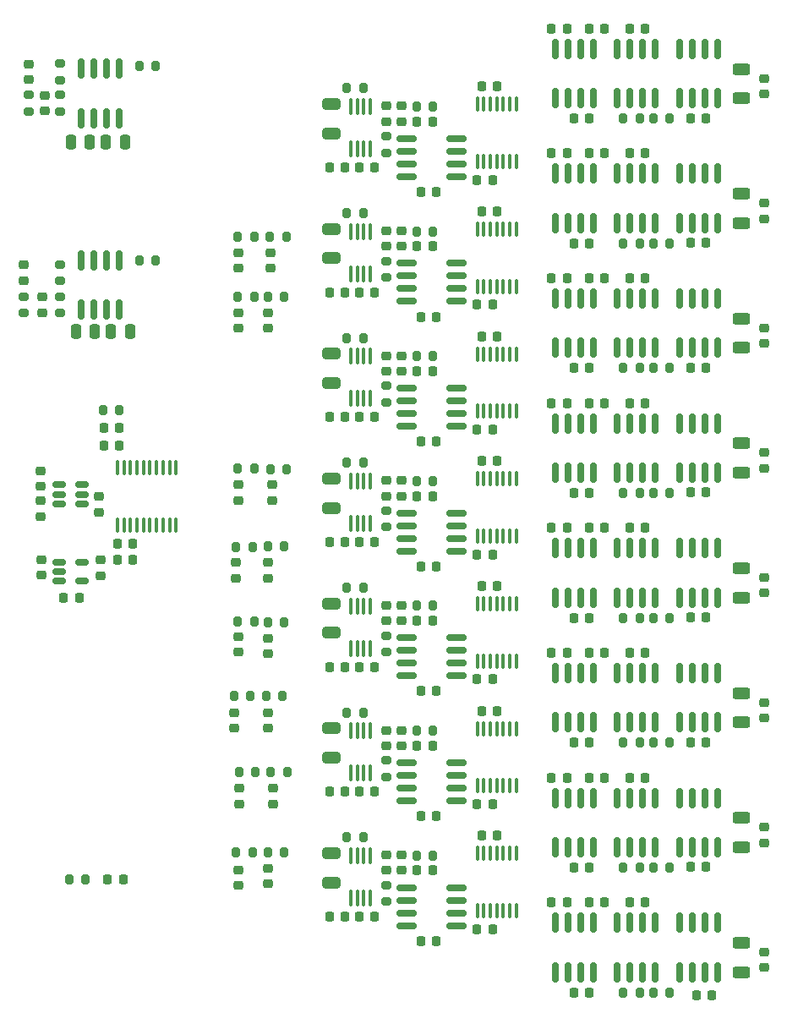
<source format=gtp>
%TF.GenerationSoftware,KiCad,Pcbnew,7.0.10*%
%TF.CreationDate,2024-02-04T21:05:04+01:00*%
%TF.ProjectId,demo_LMP7721,64656d6f-5f4c-44d5-9037-3732312e6b69,rev?*%
%TF.SameCoordinates,Original*%
%TF.FileFunction,Paste,Top*%
%TF.FilePolarity,Positive*%
%FSLAX46Y46*%
G04 Gerber Fmt 4.6, Leading zero omitted, Abs format (unit mm)*
G04 Created by KiCad (PCBNEW 7.0.10) date 2024-02-04 21:05:04*
%MOMM*%
%LPD*%
G01*
G04 APERTURE LIST*
G04 Aperture macros list*
%AMRoundRect*
0 Rectangle with rounded corners*
0 $1 Rounding radius*
0 $2 $3 $4 $5 $6 $7 $8 $9 X,Y pos of 4 corners*
0 Add a 4 corners polygon primitive as box body*
4,1,4,$2,$3,$4,$5,$6,$7,$8,$9,$2,$3,0*
0 Add four circle primitives for the rounded corners*
1,1,$1+$1,$2,$3*
1,1,$1+$1,$4,$5*
1,1,$1+$1,$6,$7*
1,1,$1+$1,$8,$9*
0 Add four rect primitives between the rounded corners*
20,1,$1+$1,$2,$3,$4,$5,0*
20,1,$1+$1,$4,$5,$6,$7,0*
20,1,$1+$1,$6,$7,$8,$9,0*
20,1,$1+$1,$8,$9,$2,$3,0*%
G04 Aperture macros list end*
%ADD10RoundRect,0.225000X-0.225000X-0.250000X0.225000X-0.250000X0.225000X0.250000X-0.225000X0.250000X0*%
%ADD11RoundRect,0.200000X0.200000X0.275000X-0.200000X0.275000X-0.200000X-0.275000X0.200000X-0.275000X0*%
%ADD12RoundRect,0.225000X-0.250000X0.225000X-0.250000X-0.225000X0.250000X-0.225000X0.250000X0.225000X0*%
%ADD13RoundRect,0.150000X-0.150000X0.825000X-0.150000X-0.825000X0.150000X-0.825000X0.150000X0.825000X0*%
%ADD14RoundRect,0.250000X0.625000X-0.312500X0.625000X0.312500X-0.625000X0.312500X-0.625000X-0.312500X0*%
%ADD15RoundRect,0.225000X0.250000X-0.225000X0.250000X0.225000X-0.250000X0.225000X-0.250000X-0.225000X0*%
%ADD16RoundRect,0.225000X0.225000X0.250000X-0.225000X0.250000X-0.225000X-0.250000X0.225000X-0.250000X0*%
%ADD17RoundRect,0.150000X0.150000X-0.825000X0.150000X0.825000X-0.150000X0.825000X-0.150000X-0.825000X0*%
%ADD18RoundRect,0.200000X-0.200000X-0.275000X0.200000X-0.275000X0.200000X0.275000X-0.200000X0.275000X0*%
%ADD19RoundRect,0.150000X0.825000X0.150000X-0.825000X0.150000X-0.825000X-0.150000X0.825000X-0.150000X0*%
%ADD20RoundRect,0.200000X-0.275000X0.200000X-0.275000X-0.200000X0.275000X-0.200000X0.275000X0.200000X0*%
%ADD21RoundRect,0.250000X-0.650000X0.325000X-0.650000X-0.325000X0.650000X-0.325000X0.650000X0.325000X0*%
%ADD22RoundRect,0.100000X0.100000X-0.712500X0.100000X0.712500X-0.100000X0.712500X-0.100000X-0.712500X0*%
%ADD23RoundRect,0.218750X0.218750X0.256250X-0.218750X0.256250X-0.218750X-0.256250X0.218750X-0.256250X0*%
%ADD24RoundRect,0.150000X-0.512500X-0.150000X0.512500X-0.150000X0.512500X0.150000X-0.512500X0.150000X0*%
%ADD25RoundRect,0.250000X-0.250000X-0.475000X0.250000X-0.475000X0.250000X0.475000X-0.250000X0.475000X0*%
%ADD26RoundRect,0.100000X0.100000X-0.637500X0.100000X0.637500X-0.100000X0.637500X-0.100000X-0.637500X0*%
%ADD27RoundRect,0.218750X-0.256250X0.218750X-0.256250X-0.218750X0.256250X-0.218750X0.256250X0.218750X0*%
%ADD28RoundRect,0.250000X0.250000X0.475000X-0.250000X0.475000X-0.250000X-0.475000X0.250000X-0.475000X0*%
%ADD29RoundRect,0.200000X0.275000X-0.200000X0.275000X0.200000X-0.275000X0.200000X-0.275000X-0.200000X0*%
G04 APERTURE END LIST*
D10*
%TO.C,C82*%
X124475000Y-33062500D03*
X126025000Y-33062500D03*
%TD*%
D11*
%TO.C,R71*%
X91825000Y-50500000D03*
X90175000Y-50500000D03*
%TD*%
D12*
%TO.C,C7*%
X86150000Y-74114000D03*
X86150000Y-75664000D03*
%TD*%
D13*
%TO.C,U3*%
X135655000Y-41775000D03*
X134385000Y-41775000D03*
X133115000Y-41775000D03*
X131845000Y-41775000D03*
X131845000Y-46725000D03*
X133115000Y-46725000D03*
X134385000Y-46725000D03*
X135655000Y-46725000D03*
%TD*%
D14*
%TO.C,R9*%
X150500000Y-34212500D03*
X150500000Y-31287500D03*
%TD*%
D15*
%TO.C,C112*%
X103100000Y-112875000D03*
X103100000Y-111325000D03*
%TD*%
%TO.C,C15*%
X80700000Y-35505000D03*
X80700000Y-33955000D03*
%TD*%
D10*
%TO.C,C86*%
X133725000Y-123750000D03*
X135275000Y-123750000D03*
%TD*%
%TO.C,C137*%
X118025000Y-36550000D03*
X119575000Y-36550000D03*
%TD*%
%TO.C,C67*%
X124475000Y-108062500D03*
X126025000Y-108062500D03*
%TD*%
D16*
%TO.C,C42*%
X136825000Y-64750000D03*
X135275000Y-64750000D03*
%TD*%
D17*
%TO.C,U18*%
X138095000Y-59225000D03*
X139365000Y-59225000D03*
X140635000Y-59225000D03*
X141905000Y-59225000D03*
X141905000Y-54275000D03*
X140635000Y-54275000D03*
X139365000Y-54275000D03*
X138095000Y-54275000D03*
%TD*%
D18*
%TO.C,R13*%
X103075000Y-54075000D03*
X104725000Y-54075000D03*
%TD*%
D19*
%TO.C,U40*%
X121925000Y-104555000D03*
X121925000Y-103285000D03*
X121925000Y-102015000D03*
X121925000Y-100745000D03*
X116975000Y-100745000D03*
X116975000Y-102015000D03*
X116975000Y-103285000D03*
X116975000Y-104555000D03*
%TD*%
%TO.C,U8*%
X121925000Y-54555000D03*
X121925000Y-53285000D03*
X121925000Y-52015000D03*
X121925000Y-50745000D03*
X116975000Y-50745000D03*
X116975000Y-52015000D03*
X116975000Y-53285000D03*
X116975000Y-54555000D03*
%TD*%
D15*
%TO.C,C17*%
X103300000Y-51250000D03*
X103300000Y-49700000D03*
%TD*%
%TO.C,C117*%
X100100000Y-89675000D03*
X100100000Y-88125000D03*
%TD*%
D20*
%TO.C,R63*%
X114950000Y-38025000D03*
X114950000Y-39675000D03*
%TD*%
D16*
%TO.C,C74*%
X110775000Y-103650000D03*
X109225000Y-103650000D03*
%TD*%
D14*
%TO.C,R41*%
X150500000Y-121712500D03*
X150500000Y-118787500D03*
%TD*%
D12*
%TO.C,C46*%
X114950000Y-60000000D03*
X114950000Y-61550000D03*
%TD*%
D21*
%TO.C,C129*%
X109400000Y-109800000D03*
X109400000Y-112750000D03*
%TD*%
D16*
%TO.C,C98*%
X136825000Y-89750000D03*
X135275000Y-89750000D03*
%TD*%
D10*
%TO.C,C77*%
X124475000Y-95562500D03*
X126025000Y-95562500D03*
%TD*%
D15*
%TO.C,C16*%
X152750000Y-33775000D03*
X152750000Y-32225000D03*
%TD*%
%TO.C,C20*%
X100100000Y-51250000D03*
X100100000Y-49700000D03*
%TD*%
D10*
%TO.C,C65*%
X118375000Y-118600000D03*
X119925000Y-118600000D03*
%TD*%
D22*
%TO.C,U39*%
X111387500Y-101787501D03*
X112037500Y-101787501D03*
X112687500Y-101787501D03*
X113337500Y-101787501D03*
X113337500Y-97562501D03*
X112687500Y-97562501D03*
X112037500Y-97562501D03*
X111387500Y-97562501D03*
%TD*%
D14*
%TO.C,R28*%
X150500000Y-84212500D03*
X150500000Y-81287500D03*
%TD*%
D20*
%TO.C,R69*%
X114950000Y-113025000D03*
X114950000Y-114675000D03*
%TD*%
D18*
%TO.C,R50*%
X100075000Y-86630000D03*
X101725000Y-86630000D03*
%TD*%
D10*
%TO.C,C92*%
X112225000Y-116150000D03*
X113775000Y-116150000D03*
%TD*%
D12*
%TO.C,C66*%
X114950000Y-110000000D03*
X114950000Y-111550000D03*
%TD*%
D10*
%TO.C,C59*%
X124025000Y-79900000D03*
X125575000Y-79900000D03*
%TD*%
%TO.C,C75*%
X118375000Y-106100000D03*
X119925000Y-106100000D03*
%TD*%
D15*
%TO.C,C97*%
X103100000Y-89875000D03*
X103100000Y-88325000D03*
%TD*%
%TO.C,C4*%
X80350000Y-76089000D03*
X80350000Y-74539000D03*
%TD*%
D16*
%TO.C,C110*%
X146975000Y-111200000D03*
X145425000Y-111200000D03*
%TD*%
%TO.C,C29*%
X136825000Y-52250000D03*
X135275000Y-52250000D03*
%TD*%
D12*
%TO.C,C134*%
X116500000Y-85000000D03*
X116500000Y-86550000D03*
%TD*%
D17*
%TO.C,U24*%
X138095000Y-84225000D03*
X139365000Y-84225000D03*
X140635000Y-84225000D03*
X141905000Y-84225000D03*
X141905000Y-79275000D03*
X140635000Y-79275000D03*
X139365000Y-79275000D03*
X138095000Y-79275000D03*
%TD*%
D23*
%TO.C,D2*%
X88587500Y-112400000D03*
X87012500Y-112400000D03*
%TD*%
D10*
%TO.C,C107*%
X133725000Y-111250000D03*
X135275000Y-111250000D03*
%TD*%
%TO.C,C91*%
X112225000Y-78650000D03*
X113775000Y-78650000D03*
%TD*%
D15*
%TO.C,C109*%
X152750000Y-108775000D03*
X152750000Y-107225000D03*
%TD*%
D10*
%TO.C,C99*%
X131475000Y-89750000D03*
X133025000Y-89750000D03*
%TD*%
D24*
%TO.C,U6*%
X82150000Y-72939000D03*
X82150000Y-73889000D03*
X82150000Y-74839000D03*
X84425000Y-74839000D03*
X84425000Y-73889000D03*
X84425000Y-72939000D03*
%TD*%
D10*
%TO.C,C141*%
X118025000Y-86550000D03*
X119575000Y-86550000D03*
%TD*%
D25*
%TO.C,C114*%
X83850000Y-57600000D03*
X85750000Y-57600000D03*
%TD*%
D12*
%TO.C,C130*%
X116500000Y-35000000D03*
X116500000Y-36550000D03*
%TD*%
D22*
%TO.C,U34*%
X111387500Y-89287501D03*
X112037500Y-89287501D03*
X112687500Y-89287501D03*
X113337500Y-89287501D03*
X113337500Y-85062501D03*
X112687500Y-85062501D03*
X112037500Y-85062501D03*
X111387500Y-85062501D03*
%TD*%
D11*
%TO.C,R2*%
X140300000Y-48750000D03*
X138650000Y-48750000D03*
%TD*%
D12*
%TO.C,C133*%
X116500000Y-72500000D03*
X116500000Y-74050000D03*
%TD*%
D13*
%TO.C,U20*%
X135655000Y-66775000D03*
X134385000Y-66775000D03*
X133115000Y-66775000D03*
X131845000Y-66775000D03*
X131845000Y-71725000D03*
X133115000Y-71725000D03*
X134385000Y-71725000D03*
X135655000Y-71725000D03*
%TD*%
D11*
%TO.C,R25*%
X140300000Y-86250000D03*
X138650000Y-86250000D03*
%TD*%
D10*
%TO.C,C89*%
X112225000Y-53650000D03*
X113775000Y-53650000D03*
%TD*%
D18*
%TO.C,R12*%
X117975000Y-110050000D03*
X119625000Y-110050000D03*
%TD*%
D10*
%TO.C,C142*%
X118025000Y-99050000D03*
X119575000Y-99050000D03*
%TD*%
D18*
%TO.C,R48*%
X100075000Y-71300000D03*
X101725000Y-71300000D03*
%TD*%
D17*
%TO.C,U5*%
X84365000Y-36205000D03*
X85635000Y-36205000D03*
X86905000Y-36205000D03*
X88175000Y-36205000D03*
X88175000Y-31255000D03*
X86905000Y-31255000D03*
X85635000Y-31255000D03*
X84365000Y-31255000D03*
%TD*%
D16*
%TO.C,C41*%
X140875000Y-27250000D03*
X139325000Y-27250000D03*
%TD*%
%TO.C,C3*%
X110775000Y-53650000D03*
X109225000Y-53650000D03*
%TD*%
D12*
%TO.C,C71*%
X114950000Y-85000000D03*
X114950000Y-86550000D03*
%TD*%
D15*
%TO.C,C111*%
X103600000Y-104875000D03*
X103600000Y-103325000D03*
%TD*%
D26*
%TO.C,U2*%
X88025000Y-76951500D03*
X88675000Y-76951500D03*
X89325000Y-76951500D03*
X89975000Y-76951500D03*
X90625000Y-76951500D03*
X91275000Y-76951500D03*
X91925000Y-76951500D03*
X92575000Y-76951500D03*
X93225000Y-76951500D03*
X93875000Y-76951500D03*
X93875000Y-71226500D03*
X93225000Y-71226500D03*
X92575000Y-71226500D03*
X91925000Y-71226500D03*
X91275000Y-71226500D03*
X90625000Y-71226500D03*
X89975000Y-71226500D03*
X89325000Y-71226500D03*
X88675000Y-71226500D03*
X88025000Y-71226500D03*
%TD*%
D14*
%TO.C,R22*%
X150500000Y-71712500D03*
X150500000Y-68787500D03*
%TD*%
D11*
%TO.C,R7*%
X140300000Y-36250000D03*
X138650000Y-36250000D03*
%TD*%
D18*
%TO.C,R24*%
X117975000Y-97550000D03*
X119625000Y-97550000D03*
%TD*%
D16*
%TO.C,C39*%
X146975000Y-61200000D03*
X145425000Y-61200000D03*
%TD*%
D10*
%TO.C,C50*%
X124025000Y-67400000D03*
X125575000Y-67400000D03*
%TD*%
D18*
%TO.C,R5*%
X86575000Y-65426500D03*
X88225000Y-65426500D03*
%TD*%
D12*
%TO.C,C30*%
X114950000Y-47500000D03*
X114950000Y-49050000D03*
%TD*%
D11*
%TO.C,R60*%
X112625000Y-83225000D03*
X110975000Y-83225000D03*
%TD*%
D15*
%TO.C,C19*%
X80500000Y-55675000D03*
X80500000Y-54125000D03*
%TD*%
D20*
%TO.C,R65*%
X114950000Y-63025000D03*
X114950000Y-64675000D03*
%TD*%
D13*
%TO.C,U17*%
X135655000Y-54275000D03*
X134385000Y-54275000D03*
X133115000Y-54275000D03*
X131845000Y-54275000D03*
X131845000Y-59225000D03*
X133115000Y-59225000D03*
X134385000Y-59225000D03*
X135655000Y-59225000D03*
%TD*%
D20*
%TO.C,R66*%
X114950000Y-75525000D03*
X114950000Y-77175000D03*
%TD*%
D18*
%TO.C,R53*%
X99900000Y-109770000D03*
X101550000Y-109770000D03*
%TD*%
D27*
%TO.C,D3*%
X79100000Y-30812500D03*
X79100000Y-32387500D03*
%TD*%
D15*
%TO.C,C88*%
X152750000Y-121275000D03*
X152750000Y-119725000D03*
%TD*%
D12*
%TO.C,C136*%
X116500000Y-110000000D03*
X116500000Y-111550000D03*
%TD*%
D10*
%TO.C,C61*%
X133725000Y-86250000D03*
X135275000Y-86250000D03*
%TD*%
D16*
%TO.C,C51*%
X146975000Y-73700000D03*
X145425000Y-73700000D03*
%TD*%
D18*
%TO.C,R4*%
X117975000Y-47550000D03*
X119625000Y-47550000D03*
%TD*%
%TO.C,R47*%
X100075000Y-54075000D03*
X101725000Y-54075000D03*
%TD*%
D10*
%TO.C,C43*%
X131475000Y-64750000D03*
X133025000Y-64750000D03*
%TD*%
D16*
%TO.C,C8*%
X84187500Y-84214000D03*
X82637500Y-84214000D03*
%TD*%
D21*
%TO.C,C126*%
X109400000Y-72300000D03*
X109400000Y-75250000D03*
%TD*%
D10*
%TO.C,C24*%
X133725000Y-48750000D03*
X135275000Y-48750000D03*
%TD*%
D22*
%TO.C,U31*%
X111387500Y-114287501D03*
X112037500Y-114287501D03*
X112687500Y-114287501D03*
X113337500Y-114287501D03*
X113337500Y-110062501D03*
X112687500Y-110062501D03*
X112037500Y-110062501D03*
X111387500Y-110062501D03*
%TD*%
D26*
%TO.C,U43*%
X124050000Y-40562500D03*
X124700000Y-40562500D03*
X125350000Y-40562500D03*
X126000000Y-40562500D03*
X126650000Y-40562500D03*
X127300000Y-40562500D03*
X127950000Y-40562500D03*
X127950000Y-34837500D03*
X127300000Y-34837500D03*
X126650000Y-34837500D03*
X126000000Y-34837500D03*
X125350000Y-34837500D03*
X124700000Y-34837500D03*
X124050000Y-34837500D03*
%TD*%
%TO.C,U37*%
X124050000Y-90562500D03*
X124700000Y-90562500D03*
X125350000Y-90562500D03*
X126000000Y-90562500D03*
X126650000Y-90562500D03*
X127300000Y-90562500D03*
X127950000Y-90562500D03*
X127950000Y-84837500D03*
X127300000Y-84837500D03*
X126650000Y-84837500D03*
X126000000Y-84837500D03*
X125350000Y-84837500D03*
X124700000Y-84837500D03*
X124050000Y-84837500D03*
%TD*%
D25*
%TO.C,C122*%
X83320000Y-38600000D03*
X85220000Y-38600000D03*
%TD*%
D28*
%TO.C,C121*%
X88750000Y-38600000D03*
X86850000Y-38600000D03*
%TD*%
D16*
%TO.C,C79*%
X110775000Y-41150000D03*
X109225000Y-41150000D03*
%TD*%
D13*
%TO.C,U45*%
X135655000Y-116775000D03*
X134385000Y-116775000D03*
X133115000Y-116775000D03*
X131845000Y-116775000D03*
X131845000Y-121725000D03*
X133115000Y-121725000D03*
X134385000Y-121725000D03*
X135655000Y-121725000D03*
%TD*%
D29*
%TO.C,R45*%
X79100000Y-35525000D03*
X79100000Y-33875000D03*
%TD*%
D22*
%TO.C,U41*%
X111387500Y-39287501D03*
X112037500Y-39287501D03*
X112687500Y-39287501D03*
X113337500Y-39287501D03*
X113337500Y-35062501D03*
X112687500Y-35062501D03*
X112037500Y-35062501D03*
X111387500Y-35062501D03*
%TD*%
D20*
%TO.C,R67*%
X114950000Y-88025000D03*
X114950000Y-89675000D03*
%TD*%
D11*
%TO.C,R40*%
X143325000Y-123750000D03*
X141675000Y-123750000D03*
%TD*%
D17*
%TO.C,U49*%
X138095000Y-96725000D03*
X139365000Y-96725000D03*
X140635000Y-96725000D03*
X141905000Y-96725000D03*
X141905000Y-91775000D03*
X140635000Y-91775000D03*
X139365000Y-91775000D03*
X138095000Y-91775000D03*
%TD*%
D26*
%TO.C,U9*%
X124050000Y-53062500D03*
X124700000Y-53062500D03*
X125350000Y-53062500D03*
X126000000Y-53062500D03*
X126650000Y-53062500D03*
X127300000Y-53062500D03*
X127950000Y-53062500D03*
X127950000Y-47337500D03*
X127300000Y-47337500D03*
X126650000Y-47337500D03*
X126000000Y-47337500D03*
X125350000Y-47337500D03*
X124700000Y-47337500D03*
X124050000Y-47337500D03*
%TD*%
%TO.C,U33*%
X124050000Y-115562500D03*
X124700000Y-115562500D03*
X125350000Y-115562500D03*
X126000000Y-115562500D03*
X126650000Y-115562500D03*
X127300000Y-115562500D03*
X127950000Y-115562500D03*
X127950000Y-109837500D03*
X127300000Y-109837500D03*
X126650000Y-109837500D03*
X126000000Y-109837500D03*
X125350000Y-109837500D03*
X124700000Y-109837500D03*
X124050000Y-109837500D03*
%TD*%
D29*
%TO.C,R44*%
X78600000Y-55725000D03*
X78600000Y-54075000D03*
%TD*%
D22*
%TO.C,U28*%
X111387500Y-76787501D03*
X112037500Y-76787501D03*
X112687500Y-76787501D03*
X113337500Y-76787501D03*
X113337500Y-72562501D03*
X112687500Y-72562501D03*
X112037500Y-72562501D03*
X111387500Y-72562501D03*
%TD*%
D11*
%TO.C,R70*%
X91825000Y-31000000D03*
X90175000Y-31000000D03*
%TD*%
D16*
%TO.C,C108*%
X140875000Y-102250000D03*
X139325000Y-102250000D03*
%TD*%
D17*
%TO.C,U11*%
X138095000Y-34225000D03*
X139365000Y-34225000D03*
X140635000Y-34225000D03*
X141905000Y-34225000D03*
X141905000Y-29275000D03*
X140635000Y-29275000D03*
X139365000Y-29275000D03*
X138095000Y-29275000D03*
%TD*%
D16*
%TO.C,C62*%
X140875000Y-77250000D03*
X139325000Y-77250000D03*
%TD*%
D12*
%TO.C,C9*%
X86350000Y-80464000D03*
X86350000Y-82014000D03*
%TD*%
D10*
%TO.C,C44*%
X133725000Y-73750000D03*
X135275000Y-73750000D03*
%TD*%
%TO.C,C48*%
X124475000Y-58062500D03*
X126025000Y-58062500D03*
%TD*%
D16*
%TO.C,C18*%
X146975000Y-36200000D03*
X145425000Y-36200000D03*
%TD*%
D11*
%TO.C,R3*%
X143325000Y-48750000D03*
X141675000Y-48750000D03*
%TD*%
D16*
%TO.C,C10*%
X89525000Y-80426500D03*
X87975000Y-80426500D03*
%TD*%
D19*
%TO.C,U29*%
X121925000Y-79555000D03*
X121925000Y-78285000D03*
X121925000Y-77015000D03*
X121925000Y-75745000D03*
X116975000Y-75745000D03*
X116975000Y-77015000D03*
X116975000Y-78285000D03*
X116975000Y-79555000D03*
%TD*%
D10*
%TO.C,C100*%
X133725000Y-98750000D03*
X135275000Y-98750000D03*
%TD*%
D18*
%TO.C,R49*%
X99900000Y-79170000D03*
X101550000Y-79170000D03*
%TD*%
D10*
%TO.C,C143*%
X118025000Y-111550000D03*
X119575000Y-111550000D03*
%TD*%
D16*
%TO.C,C33*%
X110775000Y-66150000D03*
X109225000Y-66150000D03*
%TD*%
D19*
%TO.C,U35*%
X121925000Y-92055000D03*
X121925000Y-90785000D03*
X121925000Y-89515000D03*
X121925000Y-88245000D03*
X116975000Y-88245000D03*
X116975000Y-89515000D03*
X116975000Y-90785000D03*
X116975000Y-92055000D03*
%TD*%
D11*
%TO.C,R21*%
X143325000Y-73750000D03*
X141675000Y-73750000D03*
%TD*%
D15*
%TO.C,C28*%
X103100000Y-57250000D03*
X103100000Y-55700000D03*
%TD*%
D10*
%TO.C,C85*%
X131475000Y-114750000D03*
X133025000Y-114750000D03*
%TD*%
D11*
%TO.C,R62*%
X112625000Y-108225000D03*
X110975000Y-108225000D03*
%TD*%
D29*
%TO.C,R43*%
X82300000Y-52525000D03*
X82300000Y-50875000D03*
%TD*%
D17*
%TO.C,U21*%
X138095000Y-71725000D03*
X139365000Y-71725000D03*
X140635000Y-71725000D03*
X141905000Y-71725000D03*
X141905000Y-66775000D03*
X140635000Y-66775000D03*
X139365000Y-66775000D03*
X138095000Y-66775000D03*
%TD*%
D10*
%TO.C,C140*%
X118025000Y-74050000D03*
X119575000Y-74050000D03*
%TD*%
D15*
%TO.C,C53*%
X103100000Y-82275000D03*
X103100000Y-80725000D03*
%TD*%
D10*
%TO.C,C94*%
X112225000Y-103650000D03*
X113775000Y-103650000D03*
%TD*%
D24*
%TO.C,U7*%
X82212500Y-80689000D03*
X82212500Y-81639000D03*
X82212500Y-82589000D03*
X84487500Y-82589000D03*
X84487500Y-80689000D03*
%TD*%
D16*
%TO.C,C11*%
X89525000Y-78826500D03*
X87975000Y-78826500D03*
%TD*%
D10*
%TO.C,C32*%
X124025000Y-54900000D03*
X125575000Y-54900000D03*
%TD*%
D13*
%TO.C,U10*%
X135655000Y-29275000D03*
X134385000Y-29275000D03*
X133115000Y-29275000D03*
X131845000Y-29275000D03*
X131845000Y-34225000D03*
X133115000Y-34225000D03*
X134385000Y-34225000D03*
X135655000Y-34225000D03*
%TD*%
D11*
%TO.C,R27*%
X140300000Y-123750000D03*
X138650000Y-123750000D03*
%TD*%
D10*
%TO.C,C1*%
X131475000Y-27250000D03*
X133025000Y-27250000D03*
%TD*%
D29*
%TO.C,R54*%
X82270000Y-35555000D03*
X82270000Y-33905000D03*
%TD*%
D11*
%TO.C,R26*%
X143325000Y-86250000D03*
X141675000Y-86250000D03*
%TD*%
%TO.C,R14*%
X140300000Y-61250000D03*
X138650000Y-61250000D03*
%TD*%
D10*
%TO.C,C57*%
X131475000Y-77250000D03*
X133025000Y-77250000D03*
%TD*%
D15*
%TO.C,C38*%
X152750000Y-58775000D03*
X152750000Y-57225000D03*
%TD*%
D19*
%TO.C,U32*%
X121925000Y-117055000D03*
X121925000Y-115785000D03*
X121925000Y-114515000D03*
X121925000Y-113245000D03*
X116975000Y-113245000D03*
X116975000Y-114515000D03*
X116975000Y-115785000D03*
X116975000Y-117055000D03*
%TD*%
D16*
%TO.C,C60*%
X110775000Y-116150000D03*
X109225000Y-116150000D03*
%TD*%
%TO.C,C27*%
X146975000Y-48700000D03*
X145425000Y-48700000D03*
%TD*%
D10*
%TO.C,C13*%
X86625000Y-69026500D03*
X88175000Y-69026500D03*
%TD*%
D15*
%TO.C,C63*%
X152750000Y-83775000D03*
X152750000Y-82225000D03*
%TD*%
D18*
%TO.C,R46*%
X100075000Y-48075000D03*
X101725000Y-48075000D03*
%TD*%
%TO.C,R6*%
X117975000Y-60050000D03*
X119625000Y-60050000D03*
%TD*%
D13*
%TO.C,U48*%
X135655000Y-91775000D03*
X134385000Y-91775000D03*
X133115000Y-91775000D03*
X131845000Y-91775000D03*
X131845000Y-96725000D03*
X133115000Y-96725000D03*
X134385000Y-96725000D03*
X135655000Y-96725000D03*
%TD*%
%TO.C,U50*%
X148130000Y-91775000D03*
X146860000Y-91775000D03*
X145590000Y-91775000D03*
X144320000Y-91775000D03*
X144320000Y-96725000D03*
X145590000Y-96725000D03*
X146860000Y-96725000D03*
X148130000Y-96725000D03*
%TD*%
D11*
%TO.C,R31*%
X143325000Y-98750000D03*
X141675000Y-98750000D03*
%TD*%
D12*
%TO.C,C131*%
X116500000Y-47500000D03*
X116500000Y-49050000D03*
%TD*%
D18*
%TO.C,R8*%
X117975000Y-72550000D03*
X119625000Y-72550000D03*
%TD*%
D10*
%TO.C,C68*%
X124025000Y-117400000D03*
X125575000Y-117400000D03*
%TD*%
D18*
%TO.C,R52*%
X100175000Y-101700000D03*
X101825000Y-101700000D03*
%TD*%
D11*
%TO.C,R15*%
X143325000Y-61250000D03*
X141675000Y-61250000D03*
%TD*%
D10*
%TO.C,C36*%
X133725000Y-61250000D03*
X135275000Y-61250000D03*
%TD*%
D17*
%TO.C,U15*%
X138095000Y-46725000D03*
X139365000Y-46725000D03*
X140635000Y-46725000D03*
X141905000Y-46725000D03*
X141905000Y-41775000D03*
X140635000Y-41775000D03*
X139365000Y-41775000D03*
X138095000Y-41775000D03*
%TD*%
D11*
%TO.C,R61*%
X112625000Y-95725000D03*
X110975000Y-95725000D03*
%TD*%
D18*
%TO.C,R10*%
X103275000Y-48075000D03*
X104925000Y-48075000D03*
%TD*%
D13*
%TO.C,U51*%
X135655000Y-104275000D03*
X134385000Y-104275000D03*
X133115000Y-104275000D03*
X131845000Y-104275000D03*
X131845000Y-109225000D03*
X133115000Y-109225000D03*
X134385000Y-109225000D03*
X135655000Y-109225000D03*
%TD*%
D10*
%TO.C,C14*%
X118375000Y-56100000D03*
X119925000Y-56100000D03*
%TD*%
D15*
%TO.C,C120*%
X100100000Y-113075000D03*
X100100000Y-111525000D03*
%TD*%
%TO.C,C116*%
X99900000Y-82275000D03*
X99900000Y-80725000D03*
%TD*%
D10*
%TO.C,C78*%
X124025000Y-104900000D03*
X125575000Y-104900000D03*
%TD*%
%TO.C,C31*%
X124475000Y-45562500D03*
X126025000Y-45562500D03*
%TD*%
D12*
%TO.C,C132*%
X116500000Y-60000000D03*
X116500000Y-61550000D03*
%TD*%
D13*
%TO.C,U22*%
X148130000Y-66775000D03*
X146860000Y-66775000D03*
X145590000Y-66775000D03*
X144320000Y-66775000D03*
X144320000Y-71725000D03*
X145590000Y-71725000D03*
X146860000Y-71725000D03*
X148130000Y-71725000D03*
%TD*%
%TO.C,U23*%
X135655000Y-79275000D03*
X134385000Y-79275000D03*
X133115000Y-79275000D03*
X131845000Y-79275000D03*
X131845000Y-84225000D03*
X133115000Y-84225000D03*
X134385000Y-84225000D03*
X135655000Y-84225000D03*
%TD*%
D29*
%TO.C,R55*%
X82270000Y-32425000D03*
X82270000Y-30775000D03*
%TD*%
D16*
%TO.C,C69*%
X110775000Y-91150000D03*
X109225000Y-91150000D03*
%TD*%
D13*
%TO.C,U53*%
X148130000Y-104275000D03*
X146860000Y-104275000D03*
X145590000Y-104275000D03*
X144320000Y-104275000D03*
X144320000Y-109225000D03*
X145590000Y-109225000D03*
X146860000Y-109225000D03*
X148130000Y-109225000D03*
%TD*%
D10*
%TO.C,C58*%
X124475000Y-70562500D03*
X126025000Y-70562500D03*
%TD*%
D20*
%TO.C,R64*%
X114950000Y-50525000D03*
X114950000Y-52175000D03*
%TD*%
D19*
%TO.C,U42*%
X121925000Y-42055000D03*
X121925000Y-40785000D03*
X121925000Y-39515000D03*
X121925000Y-38245000D03*
X116975000Y-38245000D03*
X116975000Y-39515000D03*
X116975000Y-40785000D03*
X116975000Y-42055000D03*
%TD*%
D10*
%TO.C,C49*%
X133725000Y-36250000D03*
X135275000Y-36250000D03*
%TD*%
D15*
%TO.C,C119*%
X100200000Y-104875000D03*
X100200000Y-103325000D03*
%TD*%
D14*
%TO.C,R17*%
X150500000Y-59212500D03*
X150500000Y-56287500D03*
%TD*%
D11*
%TO.C,R58*%
X112625000Y-58225000D03*
X110975000Y-58225000D03*
%TD*%
D15*
%TO.C,C47*%
X152750000Y-71275000D03*
X152750000Y-69725000D03*
%TD*%
D10*
%TO.C,C12*%
X86625000Y-67226500D03*
X88175000Y-67226500D03*
%TD*%
%TO.C,C90*%
X112225000Y-66150000D03*
X113775000Y-66150000D03*
%TD*%
D13*
%TO.C,U12*%
X148130000Y-29275000D03*
X146860000Y-29275000D03*
X145590000Y-29275000D03*
X144320000Y-29275000D03*
X144320000Y-34225000D03*
X145590000Y-34225000D03*
X146860000Y-34225000D03*
X148130000Y-34225000D03*
%TD*%
D16*
%TO.C,C96*%
X147525000Y-124000000D03*
X145975000Y-124000000D03*
%TD*%
D17*
%TO.C,U52*%
X138095000Y-109225000D03*
X139365000Y-109225000D03*
X140635000Y-109225000D03*
X141905000Y-109225000D03*
X141905000Y-104275000D03*
X140635000Y-104275000D03*
X139365000Y-104275000D03*
X138095000Y-104275000D03*
%TD*%
D18*
%TO.C,R51*%
X99675000Y-94100000D03*
X101325000Y-94100000D03*
%TD*%
D12*
%TO.C,C135*%
X116500000Y-97500000D03*
X116500000Y-99050000D03*
%TD*%
%TO.C,C5*%
X80325000Y-71514000D03*
X80325000Y-73064000D03*
%TD*%
D28*
%TO.C,C113*%
X89250000Y-57600000D03*
X87350000Y-57600000D03*
%TD*%
D13*
%TO.C,U47*%
X148130000Y-116775000D03*
X146860000Y-116775000D03*
X145590000Y-116775000D03*
X144320000Y-116775000D03*
X144320000Y-121725000D03*
X145590000Y-121725000D03*
X146860000Y-121725000D03*
X148130000Y-121725000D03*
%TD*%
D12*
%TO.C,C6*%
X80412500Y-80439000D03*
X80412500Y-81989000D03*
%TD*%
%TO.C,C81*%
X114950000Y-35000000D03*
X114950000Y-36550000D03*
%TD*%
%TO.C,C56*%
X114950000Y-72500000D03*
X114950000Y-74050000D03*
%TD*%
D10*
%TO.C,C83*%
X124025000Y-42400000D03*
X125575000Y-42400000D03*
%TD*%
D26*
%TO.C,U30*%
X124050000Y-78062500D03*
X124700000Y-78062500D03*
X125350000Y-78062500D03*
X126000000Y-78062500D03*
X126650000Y-78062500D03*
X127300000Y-78062500D03*
X127950000Y-78062500D03*
X127950000Y-72337500D03*
X127300000Y-72337500D03*
X126650000Y-72337500D03*
X126000000Y-72337500D03*
X125350000Y-72337500D03*
X124700000Y-72337500D03*
X124050000Y-72337500D03*
%TD*%
D10*
%TO.C,C138*%
X118025000Y-49050000D03*
X119575000Y-49050000D03*
%TD*%
%TO.C,C73*%
X124025000Y-92400000D03*
X125575000Y-92400000D03*
%TD*%
%TO.C,C139*%
X118025000Y-61550000D03*
X119575000Y-61550000D03*
%TD*%
D11*
%TO.C,R56*%
X112625000Y-33225000D03*
X110975000Y-33225000D03*
%TD*%
D14*
%TO.C,R11*%
X150500000Y-46712500D03*
X150500000Y-43787500D03*
%TD*%
D18*
%TO.C,R39*%
X103375000Y-101700000D03*
X105025000Y-101700000D03*
%TD*%
D21*
%TO.C,C127*%
X109400000Y-84800000D03*
X109400000Y-87750000D03*
%TD*%
D22*
%TO.C,U25*%
X111387500Y-64287501D03*
X112037500Y-64287501D03*
X112687500Y-64287501D03*
X113337500Y-64287501D03*
X113337500Y-60062501D03*
X112687500Y-60062501D03*
X112037500Y-60062501D03*
X111387500Y-60062501D03*
%TD*%
D16*
%TO.C,C101*%
X140875000Y-89750000D03*
X139325000Y-89750000D03*
%TD*%
D10*
%TO.C,C72*%
X124475000Y-83062500D03*
X126025000Y-83062500D03*
%TD*%
D29*
%TO.C,R35*%
X82300000Y-55725000D03*
X82300000Y-54075000D03*
%TD*%
D10*
%TO.C,C70*%
X118375000Y-93600000D03*
X119925000Y-93600000D03*
%TD*%
D16*
%TO.C,C103*%
X146975000Y-98700000D03*
X145425000Y-98700000D03*
%TD*%
D14*
%TO.C,R38*%
X150500000Y-109212500D03*
X150500000Y-106287500D03*
%TD*%
D11*
%TO.C,R30*%
X140300000Y-98750000D03*
X138650000Y-98750000D03*
%TD*%
D15*
%TO.C,C21*%
X100100000Y-57250000D03*
X100100000Y-55700000D03*
%TD*%
D10*
%TO.C,C93*%
X112225000Y-91150000D03*
X113775000Y-91150000D03*
%TD*%
D18*
%TO.C,R18*%
X103300000Y-71360000D03*
X104950000Y-71360000D03*
%TD*%
D21*
%TO.C,C128*%
X109400000Y-97300000D03*
X109400000Y-100250000D03*
%TD*%
D15*
%TO.C,C26*%
X152750000Y-46275000D03*
X152750000Y-44725000D03*
%TD*%
D16*
%TO.C,C55*%
X136825000Y-77250000D03*
X135275000Y-77250000D03*
%TD*%
D18*
%TO.C,R42*%
X103075000Y-109700000D03*
X104725000Y-109700000D03*
%TD*%
%TO.C,R33*%
X102900000Y-94060000D03*
X104550000Y-94060000D03*
%TD*%
D11*
%TO.C,R57*%
X112625000Y-45725000D03*
X110975000Y-45725000D03*
%TD*%
D10*
%TO.C,C35*%
X131475000Y-52250000D03*
X133025000Y-52250000D03*
%TD*%
D13*
%TO.C,U16*%
X148130000Y-41775000D03*
X146860000Y-41775000D03*
X145590000Y-41775000D03*
X144320000Y-41775000D03*
X144320000Y-46725000D03*
X145590000Y-46725000D03*
X146860000Y-46725000D03*
X148130000Y-46725000D03*
%TD*%
D16*
%TO.C,C37*%
X140875000Y-52250000D03*
X139325000Y-52250000D03*
%TD*%
D10*
%TO.C,C34*%
X118375000Y-68600000D03*
X119925000Y-68600000D03*
%TD*%
D21*
%TO.C,C124*%
X109400000Y-47300000D03*
X109400000Y-50250000D03*
%TD*%
D18*
%TO.C,R20*%
X117975000Y-35050000D03*
X119625000Y-35050000D03*
%TD*%
D26*
%TO.C,U27*%
X124050000Y-65562500D03*
X124700000Y-65562500D03*
X125350000Y-65562500D03*
X126000000Y-65562500D03*
X126650000Y-65562500D03*
X127300000Y-65562500D03*
X127950000Y-65562500D03*
X127950000Y-59837500D03*
X127300000Y-59837500D03*
X126650000Y-59837500D03*
X126000000Y-59837500D03*
X125350000Y-59837500D03*
X124700000Y-59837500D03*
X124050000Y-59837500D03*
%TD*%
D16*
%TO.C,C22*%
X136825000Y-39750000D03*
X135275000Y-39750000D03*
%TD*%
D21*
%TO.C,C125*%
X109400000Y-59800000D03*
X109400000Y-62750000D03*
%TD*%
D16*
%TO.C,C87*%
X140875000Y-114750000D03*
X139325000Y-114750000D03*
%TD*%
D19*
%TO.C,U26*%
X121925000Y-67055000D03*
X121925000Y-65785000D03*
X121925000Y-64515000D03*
X121925000Y-63245000D03*
X116975000Y-63245000D03*
X116975000Y-64515000D03*
X116975000Y-65785000D03*
X116975000Y-67055000D03*
%TD*%
D11*
%TO.C,R19*%
X140300000Y-73750000D03*
X138650000Y-73750000D03*
%TD*%
D20*
%TO.C,R68*%
X114950000Y-100525000D03*
X114950000Y-102175000D03*
%TD*%
D10*
%TO.C,C54*%
X118375000Y-81100000D03*
X119925000Y-81100000D03*
%TD*%
D16*
%TO.C,C84*%
X136825000Y-114750000D03*
X135275000Y-114750000D03*
%TD*%
D22*
%TO.C,U1*%
X111387500Y-51787501D03*
X112037500Y-51787501D03*
X112687500Y-51787501D03*
X113337500Y-51787501D03*
X113337500Y-47562501D03*
X112687500Y-47562501D03*
X112037500Y-47562501D03*
X111387500Y-47562501D03*
%TD*%
D11*
%TO.C,R37*%
X143325000Y-111250000D03*
X141675000Y-111250000D03*
%TD*%
D18*
%TO.C,R23*%
X103075000Y-79100000D03*
X104725000Y-79100000D03*
%TD*%
D16*
%TO.C,C105*%
X136825000Y-102250000D03*
X135275000Y-102250000D03*
%TD*%
D13*
%TO.C,U19*%
X148130000Y-54275000D03*
X146860000Y-54275000D03*
X145590000Y-54275000D03*
X144320000Y-54275000D03*
X144320000Y-59225000D03*
X145590000Y-59225000D03*
X146860000Y-59225000D03*
X148130000Y-59225000D03*
%TD*%
D18*
%TO.C,R16*%
X117975000Y-85050000D03*
X119625000Y-85050000D03*
%TD*%
D15*
%TO.C,C115*%
X100100000Y-74475000D03*
X100100000Y-72925000D03*
%TD*%
D10*
%TO.C,C23*%
X131475000Y-39750000D03*
X133025000Y-39750000D03*
%TD*%
D26*
%TO.C,U44*%
X124050000Y-103062500D03*
X124700000Y-103062500D03*
X125350000Y-103062500D03*
X126000000Y-103062500D03*
X126650000Y-103062500D03*
X127300000Y-103062500D03*
X127950000Y-103062500D03*
X127950000Y-97337500D03*
X127300000Y-97337500D03*
X126650000Y-97337500D03*
X126000000Y-97337500D03*
X125350000Y-97337500D03*
X124700000Y-97337500D03*
X124050000Y-97337500D03*
%TD*%
D16*
%TO.C,C25*%
X140875000Y-39750000D03*
X139325000Y-39750000D03*
%TD*%
D11*
%TO.C,R34*%
X140300000Y-111250000D03*
X138650000Y-111250000D03*
%TD*%
D16*
%TO.C,C2*%
X136825000Y-27250000D03*
X135275000Y-27250000D03*
%TD*%
%TO.C,C52*%
X110775000Y-78650000D03*
X109225000Y-78650000D03*
%TD*%
D10*
%TO.C,C80*%
X118375000Y-43600000D03*
X119925000Y-43600000D03*
%TD*%
D18*
%TO.C,R29*%
X103075000Y-86700000D03*
X104725000Y-86700000D03*
%TD*%
D17*
%TO.C,U46*%
X138095000Y-121725000D03*
X139365000Y-121725000D03*
X140635000Y-121725000D03*
X141905000Y-121725000D03*
X141905000Y-116775000D03*
X140635000Y-116775000D03*
X139365000Y-116775000D03*
X138095000Y-116775000D03*
%TD*%
D15*
%TO.C,C104*%
X103100000Y-97275000D03*
X103100000Y-95725000D03*
%TD*%
D10*
%TO.C,C95*%
X112225000Y-41150000D03*
X113775000Y-41150000D03*
%TD*%
D15*
%TO.C,C102*%
X152750000Y-96275000D03*
X152750000Y-94725000D03*
%TD*%
D14*
%TO.C,R32*%
X150500000Y-96712500D03*
X150500000Y-93787500D03*
%TD*%
D15*
%TO.C,C118*%
X99700000Y-97275000D03*
X99700000Y-95725000D03*
%TD*%
D12*
%TO.C,C76*%
X114950000Y-97500000D03*
X114950000Y-99050000D03*
%TD*%
D10*
%TO.C,C106*%
X131475000Y-102250000D03*
X133025000Y-102250000D03*
%TD*%
D16*
%TO.C,C45*%
X140875000Y-64750000D03*
X139325000Y-64750000D03*
%TD*%
%TO.C,C64*%
X146975000Y-86200000D03*
X145425000Y-86200000D03*
%TD*%
D11*
%TO.C,R59*%
X112625000Y-70725000D03*
X110975000Y-70725000D03*
%TD*%
D17*
%TO.C,U4*%
X84395000Y-55375000D03*
X85665000Y-55375000D03*
X86935000Y-55375000D03*
X88205000Y-55375000D03*
X88205000Y-50425000D03*
X86935000Y-50425000D03*
X85665000Y-50425000D03*
X84395000Y-50425000D03*
%TD*%
D21*
%TO.C,C123*%
X109400000Y-34800000D03*
X109400000Y-37750000D03*
%TD*%
D15*
%TO.C,C40*%
X103500000Y-74475000D03*
X103500000Y-72925000D03*
%TD*%
D11*
%TO.C,R1*%
X143325000Y-36250000D03*
X141675000Y-36250000D03*
%TD*%
D27*
%TO.C,D1*%
X78600000Y-50912500D03*
X78600000Y-52487500D03*
%TD*%
D18*
%TO.C,R36*%
X83175000Y-112400000D03*
X84825000Y-112400000D03*
%TD*%
D13*
%TO.C,U36*%
X148130000Y-79275000D03*
X146860000Y-79275000D03*
X145590000Y-79275000D03*
X144320000Y-79275000D03*
X144320000Y-84225000D03*
X145590000Y-84225000D03*
X146860000Y-84225000D03*
X148130000Y-84225000D03*
%TD*%
M02*

</source>
